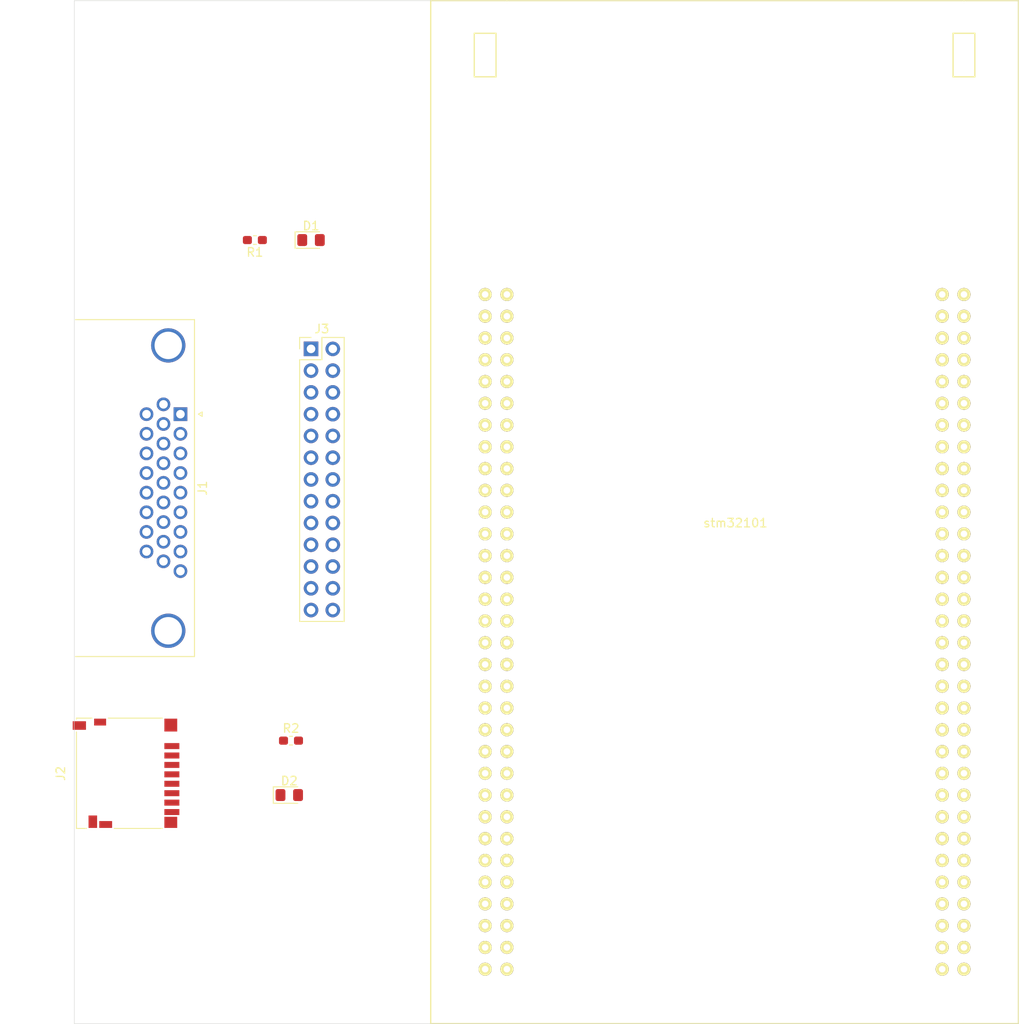
<source format=kicad_pcb>
(kicad_pcb (version 20171130) (host pcbnew 5.1.5+dfsg1-2build2)

  (general
    (thickness 1.6)
    (drawings 4)
    (tracks 0)
    (zones 0)
    (modules 8)
    (nets 155)
  )

  (page A4)
  (layers
    (0 F.Cu signal)
    (1 In1.Cu signal)
    (2 In2.Cu signal)
    (31 B.Cu signal)
    (32 B.Adhes user)
    (33 F.Adhes user)
    (34 B.Paste user)
    (35 F.Paste user)
    (36 B.SilkS user)
    (37 F.SilkS user)
    (38 B.Mask user)
    (39 F.Mask user)
    (40 Dwgs.User user)
    (41 Cmts.User user)
    (42 Eco1.User user)
    (43 Eco2.User user)
    (44 Edge.Cuts user)
    (45 Margin user)
    (46 B.CrtYd user)
    (47 F.CrtYd user)
    (48 B.Fab user)
    (49 F.Fab user)
  )

  (setup
    (last_trace_width 0.25)
    (trace_clearance 0.2)
    (zone_clearance 0.508)
    (zone_45_only no)
    (trace_min 0.2)
    (via_size 0.8)
    (via_drill 0.4)
    (via_min_size 0.4)
    (via_min_drill 0.3)
    (uvia_size 0.3)
    (uvia_drill 0.1)
    (uvias_allowed no)
    (uvia_min_size 0.2)
    (uvia_min_drill 0.1)
    (edge_width 0.05)
    (segment_width 0.2)
    (pcb_text_width 0.3)
    (pcb_text_size 1.5 1.5)
    (mod_edge_width 0.12)
    (mod_text_size 1 1)
    (mod_text_width 0.15)
    (pad_size 1.524 1.524)
    (pad_drill 0.762)
    (pad_to_mask_clearance 0.05)
    (aux_axis_origin 0 0)
    (visible_elements 7FFFEFFF)
    (pcbplotparams
      (layerselection 0x010fc_ffffffff)
      (usegerberextensions false)
      (usegerberattributes true)
      (usegerberadvancedattributes true)
      (creategerberjobfile true)
      (excludeedgelayer true)
      (linewidth 0.100000)
      (plotframeref false)
      (viasonmask false)
      (mode 1)
      (useauxorigin false)
      (hpglpennumber 1)
      (hpglpenspeed 20)
      (hpglpendiameter 15.000000)
      (psnegative false)
      (psa4output false)
      (plotreference true)
      (plotvalue true)
      (plotinvisibletext false)
      (padsonsilk false)
      (subtractmaskfromsilk false)
      (outputformat 1)
      (mirror false)
      (drillshape 1)
      (scaleselection 1)
      (outputdirectory ""))
  )

  (net 0 "")
  (net 1 GND)
  (net 2 /I2C1_SDA)
  (net 3 /I2C1_SCL)
  (net 4 "Net-(J1-Pad8)")
  (net 5 "Net-(J1-Pad7)")
  (net 6 "Net-(J2-Pad11)")
  (net 7 "Net-(D1-Pad1)")
  (net 8 "Net-(D2-Pad1)")
  (net 9 /SD_DET)
  (net 10 "Net-(J3-Pad10)")
  (net 11 "Net-(J3-Pad8)")
  (net 12 "Net-(J3-Pad6)")
  (net 13 "Net-(J3-Pad5)")
  (net 14 "Net-(J3-Pad4)")
  (net 15 "Net-(J3-Pad3)")
  (net 16 "Net-(J3-Pad2)")
  (net 17 "Net-(J3-Pad1)")
  (net 18 /I2C2_SCL)
  (net 19 /I2C2_SDA)
  (net 20 /PA7)
  (net 21 /PA4)
  (net 22 /PA5)
  (net 23 /PA2)
  (net 24 /PA3)
  (net 25 /PE2)
  (net 26 /PE6)
  (net 27 /PB4)
  (net 28 /PE5)
  (net 29 /SD_DETA)
  (net 30 /SD_CMD)
  (net 31 /SD_CLK)
  (net 32 /PC10)
  (net 33 /PC11)
  (net 34 /PC8)
  (net 35 /PC9)
  (net 36 /PA9)
  (net 37 /PA10)
  (net 38 /PC12)
  (net 39 /PD2)
  (net 40 /PE4)
  (net 41 VCC)
  (net 42 /CAN1_RX)
  (net 43 /CAN1_TX)
  (net 44 "Net-(J1-Pad26)")
  (net 45 "Net-(J1-Pad25)")
  (net 46 "Net-(J1-Pad17)")
  (net 47 "Net-(J1-Pad16)")
  (net 48 "Net-(stm32101-Pad128)")
  (net 49 "Net-(stm32101-Pad66)")
  (net 50 "Net-(J3-Pad26)")
  (net 51 "Net-(J3-Pad24)")
  (net 52 "Net-(J3-Pad22)")
  (net 53 "Net-(J3-Pad20)")
  (net 54 "Net-(J3-Pad18)")
  (net 55 "Net-(J3-Pad16)")
  (net 56 "Net-(J3-Pad14)")
  (net 57 "Net-(J3-Pad12)")
  (net 58 "Net-(stm32101-Pad126)")
  (net 59 "Net-(stm32101-Pad125)")
  (net 60 "Net-(stm32101-Pad124)")
  (net 61 "Net-(stm32101-Pad123)")
  (net 62 "Net-(stm32101-Pad122)")
  (net 63 "Net-(stm32101-Pad121)")
  (net 64 "Net-(stm32101-Pad120)")
  (net 65 "Net-(stm32101-Pad119)")
  (net 66 "Net-(stm32101-Pad118)")
  (net 67 "Net-(stm32101-Pad117)")
  (net 68 "Net-(stm32101-Pad116)")
  (net 69 "Net-(stm32101-Pad115)")
  (net 70 "Net-(stm32101-Pad114)")
  (net 71 "Net-(stm32101-Pad113)")
  (net 72 "Net-(stm32101-Pad110)")
  (net 73 "Net-(stm32101-Pad109)")
  (net 74 "Net-(stm32101-Pad108)")
  (net 75 "Net-(stm32101-Pad107)")
  (net 76 "Net-(stm32101-Pad106)")
  (net 77 "Net-(stm32101-Pad105)")
  (net 78 "Net-(stm32101-Pad104)")
  (net 79 "Net-(stm32101-Pad103)")
  (net 80 "Net-(stm32101-Pad102)")
  (net 81 "Net-(stm32101-Pad101)")
  (net 82 "Net-(stm32101-Pad100)")
  (net 83 "Net-(stm32101-Pad99)")
  (net 84 "Net-(stm32101-Pad98)")
  (net 85 "Net-(stm32101-Pad97)")
  (net 86 "Net-(stm32101-Pad96)")
  (net 87 "Net-(stm32101-Pad95)")
  (net 88 "Net-(stm32101-Pad94)")
  (net 89 "Net-(stm32101-Pad92)")
  (net 90 "Net-(stm32101-Pad91)")
  (net 91 "Net-(stm32101-Pad90)")
  (net 92 "Net-(stm32101-Pad89)")
  (net 93 "Net-(stm32101-Pad88)")
  (net 94 "Net-(stm32101-Pad82)")
  (net 95 "Net-(stm32101-Pad81)")
  (net 96 "Net-(stm32101-Pad80)")
  (net 97 "Net-(stm32101-Pad79)")
  (net 98 "Net-(stm32101-Pad78)")
  (net 99 "Net-(stm32101-Pad77)")
  (net 100 "Net-(stm32101-Pad76)")
  (net 101 "Net-(stm32101-Pad75)")
  (net 102 "Net-(stm32101-Pad74)")
  (net 103 "Net-(stm32101-Pad73)")
  (net 104 "Net-(stm32101-Pad72)")
  (net 105 "Net-(stm32101-Pad71)")
  (net 106 "Net-(stm32101-Pad70)")
  (net 107 "Net-(stm32101-Pad69)")
  (net 108 "Net-(stm32101-Pad68)")
  (net 109 "Net-(stm32101-Pad67)")
  (net 110 "Net-(stm32101-Pad64)")
  (net 111 "Net-(stm32101-Pad62)")
  (net 112 "Net-(stm32101-Pad61)")
  (net 113 "Net-(stm32101-Pad60)")
  (net 114 "Net-(stm32101-Pad59)")
  (net 115 "Net-(stm32101-Pad58)")
  (net 116 "Net-(stm32101-Pad57)")
  (net 117 "Net-(stm32101-Pad56)")
  (net 118 "Net-(stm32101-Pad53)")
  (net 119 "Net-(stm32101-Pad48)")
  (net 120 "Net-(stm32101-Pad47)")
  (net 121 "Net-(stm32101-Pad46)")
  (net 122 "Net-(stm32101-Pad42)")
  (net 123 "Net-(stm32101-Pad41)")
  (net 124 "Net-(stm32101-Pad39)")
  (net 125 "Net-(stm32101-Pad38)")
  (net 126 "Net-(stm32101-Pad37)")
  (net 127 "Net-(stm32101-Pad36)")
  (net 128 "Net-(stm32101-Pad35)")
  (net 129 "Net-(stm32101-Pad34)")
  (net 130 "Net-(stm32101-Pad33)")
  (net 131 "Net-(stm32101-Pad32)")
  (net 132 "Net-(stm32101-Pad31)")
  (net 133 "Net-(stm32101-Pad30)")
  (net 134 "Net-(stm32101-Pad29)")
  (net 135 "Net-(stm32101-Pad28)")
  (net 136 "Net-(stm32101-Pad27)")
  (net 137 "Net-(stm32101-Pad26)")
  (net 138 "Net-(stm32101-Pad23)")
  (net 139 "Net-(stm32101-Pad22)")
  (net 140 "Net-(stm32101-Pad21)")
  (net 141 "Net-(stm32101-Pad20)")
  (net 142 "Net-(stm32101-Pad18)")
  (net 143 "Net-(stm32101-Pad17)")
  (net 144 "Net-(stm32101-Pad16)")
  (net 145 "Net-(stm32101-Pad12)")
  (net 146 "Net-(stm32101-Pad10)")
  (net 147 "Net-(stm32101-Pad9)")
  (net 148 "Net-(stm32101-Pad8)")
  (net 149 "Net-(stm32101-Pad7)")
  (net 150 "Net-(stm32101-Pad6)")
  (net 151 "Net-(stm32101-Pad5)")
  (net 152 "Net-(stm32101-Pad4)")
  (net 153 "Net-(stm32101-Pad3)")
  (net 154 "Net-(stm32101-Pad2)")

  (net_class Default "This is the default net class."
    (clearance 0.2)
    (trace_width 0.25)
    (via_dia 0.8)
    (via_drill 0.4)
    (uvia_dia 0.3)
    (uvia_drill 0.1)
    (add_net /CAN1_RX)
    (add_net /CAN1_TX)
    (add_net /I2C1_SCL)
    (add_net /I2C1_SDA)
    (add_net /I2C2_SCL)
    (add_net /I2C2_SDA)
    (add_net /PA10)
    (add_net /PA2)
    (add_net /PA3)
    (add_net /PA4)
    (add_net /PA5)
    (add_net /PA7)
    (add_net /PA9)
    (add_net /PB4)
    (add_net /PC10)
    (add_net /PC11)
    (add_net /PC12)
    (add_net /PC8)
    (add_net /PC9)
    (add_net /PD2)
    (add_net /PE2)
    (add_net /PE4)
    (add_net /PE5)
    (add_net /PE6)
    (add_net /SD_CLK)
    (add_net /SD_CMD)
    (add_net /SD_DET)
    (add_net /SD_DETA)
    (add_net GND)
    (add_net "Net-(D1-Pad1)")
    (add_net "Net-(D2-Pad1)")
    (add_net "Net-(J1-Pad16)")
    (add_net "Net-(J1-Pad17)")
    (add_net "Net-(J1-Pad25)")
    (add_net "Net-(J1-Pad26)")
    (add_net "Net-(J1-Pad7)")
    (add_net "Net-(J1-Pad8)")
    (add_net "Net-(J2-Pad11)")
    (add_net "Net-(J3-Pad1)")
    (add_net "Net-(J3-Pad10)")
    (add_net "Net-(J3-Pad12)")
    (add_net "Net-(J3-Pad14)")
    (add_net "Net-(J3-Pad16)")
    (add_net "Net-(J3-Pad18)")
    (add_net "Net-(J3-Pad2)")
    (add_net "Net-(J3-Pad20)")
    (add_net "Net-(J3-Pad22)")
    (add_net "Net-(J3-Pad24)")
    (add_net "Net-(J3-Pad26)")
    (add_net "Net-(J3-Pad3)")
    (add_net "Net-(J3-Pad4)")
    (add_net "Net-(J3-Pad5)")
    (add_net "Net-(J3-Pad6)")
    (add_net "Net-(J3-Pad8)")
    (add_net "Net-(stm32101-Pad10)")
    (add_net "Net-(stm32101-Pad100)")
    (add_net "Net-(stm32101-Pad101)")
    (add_net "Net-(stm32101-Pad102)")
    (add_net "Net-(stm32101-Pad103)")
    (add_net "Net-(stm32101-Pad104)")
    (add_net "Net-(stm32101-Pad105)")
    (add_net "Net-(stm32101-Pad106)")
    (add_net "Net-(stm32101-Pad107)")
    (add_net "Net-(stm32101-Pad108)")
    (add_net "Net-(stm32101-Pad109)")
    (add_net "Net-(stm32101-Pad110)")
    (add_net "Net-(stm32101-Pad113)")
    (add_net "Net-(stm32101-Pad114)")
    (add_net "Net-(stm32101-Pad115)")
    (add_net "Net-(stm32101-Pad116)")
    (add_net "Net-(stm32101-Pad117)")
    (add_net "Net-(stm32101-Pad118)")
    (add_net "Net-(stm32101-Pad119)")
    (add_net "Net-(stm32101-Pad12)")
    (add_net "Net-(stm32101-Pad120)")
    (add_net "Net-(stm32101-Pad121)")
    (add_net "Net-(stm32101-Pad122)")
    (add_net "Net-(stm32101-Pad123)")
    (add_net "Net-(stm32101-Pad124)")
    (add_net "Net-(stm32101-Pad125)")
    (add_net "Net-(stm32101-Pad126)")
    (add_net "Net-(stm32101-Pad128)")
    (add_net "Net-(stm32101-Pad16)")
    (add_net "Net-(stm32101-Pad17)")
    (add_net "Net-(stm32101-Pad18)")
    (add_net "Net-(stm32101-Pad2)")
    (add_net "Net-(stm32101-Pad20)")
    (add_net "Net-(stm32101-Pad21)")
    (add_net "Net-(stm32101-Pad22)")
    (add_net "Net-(stm32101-Pad23)")
    (add_net "Net-(stm32101-Pad26)")
    (add_net "Net-(stm32101-Pad27)")
    (add_net "Net-(stm32101-Pad28)")
    (add_net "Net-(stm32101-Pad29)")
    (add_net "Net-(stm32101-Pad3)")
    (add_net "Net-(stm32101-Pad30)")
    (add_net "Net-(stm32101-Pad31)")
    (add_net "Net-(stm32101-Pad32)")
    (add_net "Net-(stm32101-Pad33)")
    (add_net "Net-(stm32101-Pad34)")
    (add_net "Net-(stm32101-Pad35)")
    (add_net "Net-(stm32101-Pad36)")
    (add_net "Net-(stm32101-Pad37)")
    (add_net "Net-(stm32101-Pad38)")
    (add_net "Net-(stm32101-Pad39)")
    (add_net "Net-(stm32101-Pad4)")
    (add_net "Net-(stm32101-Pad41)")
    (add_net "Net-(stm32101-Pad42)")
    (add_net "Net-(stm32101-Pad46)")
    (add_net "Net-(stm32101-Pad47)")
    (add_net "Net-(stm32101-Pad48)")
    (add_net "Net-(stm32101-Pad5)")
    (add_net "Net-(stm32101-Pad53)")
    (add_net "Net-(stm32101-Pad56)")
    (add_net "Net-(stm32101-Pad57)")
    (add_net "Net-(stm32101-Pad58)")
    (add_net "Net-(stm32101-Pad59)")
    (add_net "Net-(stm32101-Pad6)")
    (add_net "Net-(stm32101-Pad60)")
    (add_net "Net-(stm32101-Pad61)")
    (add_net "Net-(stm32101-Pad62)")
    (add_net "Net-(stm32101-Pad64)")
    (add_net "Net-(stm32101-Pad66)")
    (add_net "Net-(stm32101-Pad67)")
    (add_net "Net-(stm32101-Pad68)")
    (add_net "Net-(stm32101-Pad69)")
    (add_net "Net-(stm32101-Pad7)")
    (add_net "Net-(stm32101-Pad70)")
    (add_net "Net-(stm32101-Pad71)")
    (add_net "Net-(stm32101-Pad72)")
    (add_net "Net-(stm32101-Pad73)")
    (add_net "Net-(stm32101-Pad74)")
    (add_net "Net-(stm32101-Pad75)")
    (add_net "Net-(stm32101-Pad76)")
    (add_net "Net-(stm32101-Pad77)")
    (add_net "Net-(stm32101-Pad78)")
    (add_net "Net-(stm32101-Pad79)")
    (add_net "Net-(stm32101-Pad8)")
    (add_net "Net-(stm32101-Pad80)")
    (add_net "Net-(stm32101-Pad81)")
    (add_net "Net-(stm32101-Pad82)")
    (add_net "Net-(stm32101-Pad88)")
    (add_net "Net-(stm32101-Pad89)")
    (add_net "Net-(stm32101-Pad9)")
    (add_net "Net-(stm32101-Pad90)")
    (add_net "Net-(stm32101-Pad91)")
    (add_net "Net-(stm32101-Pad92)")
    (add_net "Net-(stm32101-Pad94)")
    (add_net "Net-(stm32101-Pad95)")
    (add_net "Net-(stm32101-Pad96)")
    (add_net "Net-(stm32101-Pad97)")
    (add_net "Net-(stm32101-Pad98)")
    (add_net "Net-(stm32101-Pad99)")
    (add_net VCC)
  )

  (module stm32:stm32f429i-disco (layer F.Cu) (tedit 57224495) (tstamp 5F04AF22)
    (at 137.16 87.63)
    (path /5EF39132)
    (fp_text reference stm32101 (at 0 1.27) (layer F.SilkS)
      (effects (font (size 1 1) (thickness 0.15)))
    )
    (fp_text value STM32F429i-Discovery (at 0 -1.27) (layer F.Fab)
      (effects (font (size 1 1) (thickness 0.15)))
    )
    (fp_line (start -26.67 -59.69) (end 26.67 -59.69) (layer F.SilkS) (width 0.15))
    (fp_line (start 26.67 59.69) (end -26.67 59.69) (layer F.SilkS) (width 0.15))
    (fp_line (start -30.48 -55.88) (end -27.94 -55.88) (layer F.SilkS) (width 0.15))
    (fp_line (start -27.94 -55.88) (end -27.94 -50.8) (layer F.SilkS) (width 0.15))
    (fp_line (start -27.94 -50.8) (end -30.48 -50.8) (layer F.SilkS) (width 0.15))
    (fp_line (start -30.48 -50.8) (end -30.48 -55.88) (layer F.SilkS) (width 0.15))
    (fp_line (start 27.94 -55.88) (end 27.94 -50.8) (layer F.SilkS) (width 0.15))
    (fp_line (start 27.94 -50.8) (end 25.4 -50.8) (layer F.SilkS) (width 0.15))
    (fp_line (start 25.4 -50.8) (end 25.4 -55.88) (layer F.SilkS) (width 0.15))
    (fp_line (start 25.4 -55.88) (end 27.94 -55.88) (layer F.SilkS) (width 0.15))
    (fp_line (start 33.02 -59.69) (end 26.67 -59.69) (layer F.SilkS) (width 0.15))
    (fp_line (start 33.02 59.69) (end 33.02 -59.69) (layer F.SilkS) (width 0.15))
    (fp_line (start 26.67 59.69) (end 33.02 59.69) (layer F.SilkS) (width 0.15))
    (fp_line (start -35.56 -59.69) (end -26.67 -59.69) (layer F.SilkS) (width 0.15))
    (fp_line (start -35.56 59.69) (end -35.56 -59.69) (layer F.SilkS) (width 0.15))
    (fp_line (start -26.67 59.69) (end -35.56 59.69) (layer F.SilkS) (width 0.15))
    (pad 128 thru_hole circle (at 26.67 53.34) (size 1.524 1.524) (drill 0.762) (layers *.Cu *.Mask F.SilkS)
      (net 48 "Net-(stm32101-Pad128)"))
    (pad 127 thru_hole circle (at 24.13 53.34) (size 1.524 1.524) (drill 0.762) (layers *.Cu *.Mask F.SilkS)
      (net 1 GND))
    (pad 126 thru_hole circle (at 26.67 50.8) (size 1.524 1.524) (drill 0.762) (layers *.Cu *.Mask F.SilkS)
      (net 58 "Net-(stm32101-Pad126)"))
    (pad 125 thru_hole circle (at 24.13 50.8) (size 1.524 1.524) (drill 0.762) (layers *.Cu *.Mask F.SilkS)
      (net 59 "Net-(stm32101-Pad125)"))
    (pad 124 thru_hole circle (at 26.67 48.26) (size 1.524 1.524) (drill 0.762) (layers *.Cu *.Mask F.SilkS)
      (net 60 "Net-(stm32101-Pad124)"))
    (pad 123 thru_hole circle (at 24.13 48.26) (size 1.524 1.524) (drill 0.762) (layers *.Cu *.Mask F.SilkS)
      (net 61 "Net-(stm32101-Pad123)"))
    (pad 122 thru_hole circle (at 26.67 45.72) (size 1.524 1.524) (drill 0.762) (layers *.Cu *.Mask F.SilkS)
      (net 62 "Net-(stm32101-Pad122)"))
    (pad 121 thru_hole circle (at 24.13 45.72) (size 1.524 1.524) (drill 0.762) (layers *.Cu *.Mask F.SilkS)
      (net 63 "Net-(stm32101-Pad121)"))
    (pad 120 thru_hole circle (at 26.67 43.18) (size 1.524 1.524) (drill 0.762) (layers *.Cu *.Mask F.SilkS)
      (net 64 "Net-(stm32101-Pad120)"))
    (pad 119 thru_hole circle (at 24.13 43.18) (size 1.524 1.524) (drill 0.762) (layers *.Cu *.Mask F.SilkS)
      (net 65 "Net-(stm32101-Pad119)"))
    (pad 118 thru_hole circle (at 26.67 40.64) (size 1.524 1.524) (drill 0.762) (layers *.Cu *.Mask F.SilkS)
      (net 66 "Net-(stm32101-Pad118)"))
    (pad 117 thru_hole circle (at 24.13 40.64) (size 1.524 1.524) (drill 0.762) (layers *.Cu *.Mask F.SilkS)
      (net 67 "Net-(stm32101-Pad117)"))
    (pad 116 thru_hole circle (at 26.67 38.1) (size 1.524 1.524) (drill 0.762) (layers *.Cu *.Mask F.SilkS)
      (net 68 "Net-(stm32101-Pad116)"))
    (pad 115 thru_hole circle (at 24.13 38.1) (size 1.524 1.524) (drill 0.762) (layers *.Cu *.Mask F.SilkS)
      (net 69 "Net-(stm32101-Pad115)"))
    (pad 114 thru_hole circle (at 26.67 35.56) (size 1.524 1.524) (drill 0.762) (layers *.Cu *.Mask F.SilkS)
      (net 70 "Net-(stm32101-Pad114)"))
    (pad 113 thru_hole circle (at 24.13 35.56) (size 1.524 1.524) (drill 0.762) (layers *.Cu *.Mask F.SilkS)
      (net 71 "Net-(stm32101-Pad113)"))
    (pad 112 thru_hole circle (at 26.67 33.02) (size 1.524 1.524) (drill 0.762) (layers *.Cu *.Mask F.SilkS)
      (net 18 /I2C2_SCL))
    (pad 111 thru_hole circle (at 24.13 33.02) (size 1.524 1.524) (drill 0.762) (layers *.Cu *.Mask F.SilkS)
      (net 19 /I2C2_SDA))
    (pad 110 thru_hole circle (at 26.67 30.48) (size 1.524 1.524) (drill 0.762) (layers *.Cu *.Mask F.SilkS)
      (net 72 "Net-(stm32101-Pad110)"))
    (pad 109 thru_hole circle (at 24.13 30.48) (size 1.524 1.524) (drill 0.762) (layers *.Cu *.Mask F.SilkS)
      (net 73 "Net-(stm32101-Pad109)"))
    (pad 108 thru_hole circle (at 26.67 27.94) (size 1.524 1.524) (drill 0.762) (layers *.Cu *.Mask F.SilkS)
      (net 74 "Net-(stm32101-Pad108)"))
    (pad 107 thru_hole circle (at 24.13 27.94) (size 1.524 1.524) (drill 0.762) (layers *.Cu *.Mask F.SilkS)
      (net 75 "Net-(stm32101-Pad107)"))
    (pad 106 thru_hole circle (at 26.67 25.4) (size 1.524 1.524) (drill 0.762) (layers *.Cu *.Mask F.SilkS)
      (net 76 "Net-(stm32101-Pad106)"))
    (pad 105 thru_hole circle (at 24.13 25.4) (size 1.524 1.524) (drill 0.762) (layers *.Cu *.Mask F.SilkS)
      (net 77 "Net-(stm32101-Pad105)"))
    (pad 104 thru_hole circle (at 26.67 22.86) (size 1.524 1.524) (drill 0.762) (layers *.Cu *.Mask F.SilkS)
      (net 78 "Net-(stm32101-Pad104)"))
    (pad 103 thru_hole circle (at 24.13 22.86) (size 1.524 1.524) (drill 0.762) (layers *.Cu *.Mask F.SilkS)
      (net 79 "Net-(stm32101-Pad103)"))
    (pad 102 thru_hole circle (at 26.67 20.32) (size 1.524 1.524) (drill 0.762) (layers *.Cu *.Mask F.SilkS)
      (net 80 "Net-(stm32101-Pad102)"))
    (pad 101 thru_hole circle (at 24.13 20.32) (size 1.524 1.524) (drill 0.762) (layers *.Cu *.Mask F.SilkS)
      (net 81 "Net-(stm32101-Pad101)"))
    (pad 100 thru_hole circle (at 26.67 17.78) (size 1.524 1.524) (drill 0.762) (layers *.Cu *.Mask F.SilkS)
      (net 82 "Net-(stm32101-Pad100)"))
    (pad 99 thru_hole circle (at 24.13 17.78) (size 1.524 1.524) (drill 0.762) (layers *.Cu *.Mask F.SilkS)
      (net 83 "Net-(stm32101-Pad99)"))
    (pad 98 thru_hole circle (at 26.67 15.24) (size 1.524 1.524) (drill 0.762) (layers *.Cu *.Mask F.SilkS)
      (net 84 "Net-(stm32101-Pad98)"))
    (pad 97 thru_hole circle (at 24.13 15.24) (size 1.524 1.524) (drill 0.762) (layers *.Cu *.Mask F.SilkS)
      (net 85 "Net-(stm32101-Pad97)"))
    (pad 96 thru_hole circle (at 26.67 12.7) (size 1.524 1.524) (drill 0.762) (layers *.Cu *.Mask F.SilkS)
      (net 86 "Net-(stm32101-Pad96)"))
    (pad 95 thru_hole circle (at 24.13 12.7) (size 1.524 1.524) (drill 0.762) (layers *.Cu *.Mask F.SilkS)
      (net 87 "Net-(stm32101-Pad95)"))
    (pad 94 thru_hole circle (at 26.67 10.16) (size 1.524 1.524) (drill 0.762) (layers *.Cu *.Mask F.SilkS)
      (net 88 "Net-(stm32101-Pad94)"))
    (pad 93 thru_hole circle (at 24.13 10.16) (size 1.524 1.524) (drill 0.762) (layers *.Cu *.Mask F.SilkS)
      (net 1 GND))
    (pad 92 thru_hole circle (at 26.67 7.62) (size 1.524 1.524) (drill 0.762) (layers *.Cu *.Mask F.SilkS)
      (net 89 "Net-(stm32101-Pad92)"))
    (pad 91 thru_hole circle (at 24.13 7.62) (size 1.524 1.524) (drill 0.762) (layers *.Cu *.Mask F.SilkS)
      (net 90 "Net-(stm32101-Pad91)"))
    (pad 90 thru_hole circle (at 26.67 5.08) (size 1.524 1.524) (drill 0.762) (layers *.Cu *.Mask F.SilkS)
      (net 91 "Net-(stm32101-Pad90)"))
    (pad 89 thru_hole circle (at 24.13 5.08) (size 1.524 1.524) (drill 0.762) (layers *.Cu *.Mask F.SilkS)
      (net 92 "Net-(stm32101-Pad89)"))
    (pad 88 thru_hole circle (at 26.67 2.54) (size 1.524 1.524) (drill 0.762) (layers *.Cu *.Mask F.SilkS)
      (net 93 "Net-(stm32101-Pad88)"))
    (pad 87 thru_hole circle (at 24.13 2.54) (size 1.524 1.524) (drill 0.762) (layers *.Cu *.Mask F.SilkS)
      (net 20 /PA7))
    (pad 86 thru_hole circle (at 26.67 0) (size 1.524 1.524) (drill 0.762) (layers *.Cu *.Mask F.SilkS)
      (net 21 /PA4))
    (pad 85 thru_hole circle (at 24.13 0) (size 1.524 1.524) (drill 0.762) (layers *.Cu *.Mask F.SilkS)
      (net 22 /PA5))
    (pad 84 thru_hole circle (at 26.67 -2.54) (size 1.524 1.524) (drill 0.762) (layers *.Cu *.Mask F.SilkS)
      (net 23 /PA2))
    (pad 83 thru_hole circle (at 24.13 -2.54) (size 1.524 1.524) (drill 0.762) (layers *.Cu *.Mask F.SilkS)
      (net 24 /PA3))
    (pad 82 thru_hole circle (at 26.67 -5.08) (size 1.524 1.524) (drill 0.762) (layers *.Cu *.Mask F.SilkS)
      (net 94 "Net-(stm32101-Pad82)"))
    (pad 81 thru_hole circle (at 24.13 -5.08) (size 1.524 1.524) (drill 0.762) (layers *.Cu *.Mask F.SilkS)
      (net 95 "Net-(stm32101-Pad81)"))
    (pad 80 thru_hole circle (at 26.67 -7.62) (size 1.524 1.524) (drill 0.762) (layers *.Cu *.Mask F.SilkS)
      (net 96 "Net-(stm32101-Pad80)"))
    (pad 79 thru_hole circle (at 24.13 -7.62) (size 1.524 1.524) (drill 0.762) (layers *.Cu *.Mask F.SilkS)
      (net 97 "Net-(stm32101-Pad79)"))
    (pad 78 thru_hole circle (at 26.67 -10.16) (size 1.524 1.524) (drill 0.762) (layers *.Cu *.Mask F.SilkS)
      (net 98 "Net-(stm32101-Pad78)"))
    (pad 77 thru_hole circle (at 24.13 -10.16) (size 1.524 1.524) (drill 0.762) (layers *.Cu *.Mask F.SilkS)
      (net 99 "Net-(stm32101-Pad77)"))
    (pad 76 thru_hole circle (at 26.67 -12.7) (size 1.524 1.524) (drill 0.762) (layers *.Cu *.Mask F.SilkS)
      (net 100 "Net-(stm32101-Pad76)"))
    (pad 75 thru_hole circle (at 24.13 -12.7) (size 1.524 1.524) (drill 0.762) (layers *.Cu *.Mask F.SilkS)
      (net 101 "Net-(stm32101-Pad75)"))
    (pad 74 thru_hole circle (at 26.67 -15.24) (size 1.524 1.524) (drill 0.762) (layers *.Cu *.Mask F.SilkS)
      (net 102 "Net-(stm32101-Pad74)"))
    (pad 73 thru_hole circle (at 24.13 -15.24) (size 1.524 1.524) (drill 0.762) (layers *.Cu *.Mask F.SilkS)
      (net 103 "Net-(stm32101-Pad73)"))
    (pad 72 thru_hole circle (at 26.67 -17.78) (size 1.524 1.524) (drill 0.762) (layers *.Cu *.Mask F.SilkS)
      (net 104 "Net-(stm32101-Pad72)"))
    (pad 71 thru_hole circle (at 24.13 -17.78) (size 1.524 1.524) (drill 0.762) (layers *.Cu *.Mask F.SilkS)
      (net 105 "Net-(stm32101-Pad71)"))
    (pad 70 thru_hole circle (at 26.67 -20.32) (size 1.524 1.524) (drill 0.762) (layers *.Cu *.Mask F.SilkS)
      (net 106 "Net-(stm32101-Pad70)"))
    (pad 69 thru_hole circle (at 24.13 -20.32) (size 1.524 1.524) (drill 0.762) (layers *.Cu *.Mask F.SilkS)
      (net 107 "Net-(stm32101-Pad69)"))
    (pad 68 thru_hole circle (at 26.67 -22.86) (size 1.524 1.524) (drill 0.762) (layers *.Cu *.Mask F.SilkS)
      (net 108 "Net-(stm32101-Pad68)"))
    (pad 67 thru_hole circle (at 24.13 -22.86) (size 1.524 1.524) (drill 0.762) (layers *.Cu *.Mask F.SilkS)
      (net 109 "Net-(stm32101-Pad67)"))
    (pad 66 thru_hole circle (at 26.67 -25.4) (size 1.524 1.524) (drill 0.762) (layers *.Cu *.Mask F.SilkS)
      (net 49 "Net-(stm32101-Pad66)"))
    (pad 65 thru_hole circle (at 24.13 -25.4) (size 1.524 1.524) (drill 0.762) (layers *.Cu *.Mask F.SilkS)
      (net 29 /SD_DETA))
    (pad 64 thru_hole circle (at -26.67 53.34) (size 1.524 1.524) (drill 0.762) (layers *.Cu *.Mask F.SilkS)
      (net 110 "Net-(stm32101-Pad64)"))
    (pad 63 thru_hole circle (at -29.21 53.34) (size 1.524 1.524) (drill 0.762) (layers *.Cu *.Mask F.SilkS)
      (net 1 GND))
    (pad 62 thru_hole circle (at -26.67 50.8) (size 1.524 1.524) (drill 0.762) (layers *.Cu *.Mask F.SilkS)
      (net 111 "Net-(stm32101-Pad62)"))
    (pad 61 thru_hole circle (at -29.21 50.8) (size 1.524 1.524) (drill 0.762) (layers *.Cu *.Mask F.SilkS)
      (net 112 "Net-(stm32101-Pad61)"))
    (pad 60 thru_hole circle (at -26.67 48.26) (size 1.524 1.524) (drill 0.762) (layers *.Cu *.Mask F.SilkS)
      (net 113 "Net-(stm32101-Pad60)"))
    (pad 59 thru_hole circle (at -29.21 48.26) (size 1.524 1.524) (drill 0.762) (layers *.Cu *.Mask F.SilkS)
      (net 114 "Net-(stm32101-Pad59)"))
    (pad 58 thru_hole circle (at -26.67 45.72) (size 1.524 1.524) (drill 0.762) (layers *.Cu *.Mask F.SilkS)
      (net 115 "Net-(stm32101-Pad58)"))
    (pad 57 thru_hole circle (at -29.21 45.72) (size 1.524 1.524) (drill 0.762) (layers *.Cu *.Mask F.SilkS)
      (net 116 "Net-(stm32101-Pad57)"))
    (pad 56 thru_hole circle (at -26.67 43.18) (size 1.524 1.524) (drill 0.762) (layers *.Cu *.Mask F.SilkS)
      (net 117 "Net-(stm32101-Pad56)"))
    (pad 55 thru_hole circle (at -29.21 43.18) (size 1.524 1.524) (drill 0.762) (layers *.Cu *.Mask F.SilkS)
      (net 34 /PC8))
    (pad 54 thru_hole circle (at -26.67 40.64) (size 1.524 1.524) (drill 0.762) (layers *.Cu *.Mask F.SilkS)
      (net 35 /PC9))
    (pad 53 thru_hole circle (at -29.21 40.64) (size 1.524 1.524) (drill 0.762) (layers *.Cu *.Mask F.SilkS)
      (net 118 "Net-(stm32101-Pad53)"))
    (pad 52 thru_hole circle (at -26.67 38.1) (size 1.524 1.524) (drill 0.762) (layers *.Cu *.Mask F.SilkS)
      (net 36 /PA9))
    (pad 51 thru_hole circle (at -29.21 38.1) (size 1.524 1.524) (drill 0.762) (layers *.Cu *.Mask F.SilkS)
      (net 37 /PA10))
    (pad 50 thru_hole circle (at -26.67 35.56) (size 1.524 1.524) (drill 0.762) (layers *.Cu *.Mask F.SilkS)
      (net 42 /CAN1_RX))
    (pad 49 thru_hole circle (at -29.21 35.56) (size 1.524 1.524) (drill 0.762) (layers *.Cu *.Mask F.SilkS)
      (net 43 /CAN1_TX))
    (pad 48 thru_hole circle (at -26.67 33.02) (size 1.524 1.524) (drill 0.762) (layers *.Cu *.Mask F.SilkS)
      (net 119 "Net-(stm32101-Pad48)"))
    (pad 47 thru_hole circle (at -29.21 33.02) (size 1.524 1.524) (drill 0.762) (layers *.Cu *.Mask F.SilkS)
      (net 120 "Net-(stm32101-Pad47)"))
    (pad 46 thru_hole circle (at -26.67 30.48) (size 1.524 1.524) (drill 0.762) (layers *.Cu *.Mask F.SilkS)
      (net 121 "Net-(stm32101-Pad46)"))
    (pad 45 thru_hole circle (at -29.21 30.48) (size 1.524 1.524) (drill 0.762) (layers *.Cu *.Mask F.SilkS)
      (net 32 /PC10))
    (pad 44 thru_hole circle (at -26.67 27.94) (size 1.524 1.524) (drill 0.762) (layers *.Cu *.Mask F.SilkS)
      (net 33 /PC11))
    (pad 43 thru_hole circle (at -29.21 27.94) (size 1.524 1.524) (drill 0.762) (layers *.Cu *.Mask F.SilkS)
      (net 38 /PC12))
    (pad 42 thru_hole circle (at -26.67 25.4) (size 1.524 1.524) (drill 0.762) (layers *.Cu *.Mask F.SilkS)
      (net 122 "Net-(stm32101-Pad42)"))
    (pad 41 thru_hole circle (at -29.21 25.4) (size 1.524 1.524) (drill 0.762) (layers *.Cu *.Mask F.SilkS)
      (net 123 "Net-(stm32101-Pad41)"))
    (pad 40 thru_hole circle (at -26.67 22.86) (size 1.524 1.524) (drill 0.762) (layers *.Cu *.Mask F.SilkS)
      (net 39 /PD2))
    (pad 39 thru_hole circle (at -29.21 22.86) (size 1.524 1.524) (drill 0.762) (layers *.Cu *.Mask F.SilkS)
      (net 124 "Net-(stm32101-Pad39)"))
    (pad 38 thru_hole circle (at -26.67 20.32) (size 1.524 1.524) (drill 0.762) (layers *.Cu *.Mask F.SilkS)
      (net 125 "Net-(stm32101-Pad38)"))
    (pad 37 thru_hole circle (at -29.21 20.32) (size 1.524 1.524) (drill 0.762) (layers *.Cu *.Mask F.SilkS)
      (net 126 "Net-(stm32101-Pad37)"))
    (pad 36 thru_hole circle (at -26.67 17.78) (size 1.524 1.524) (drill 0.762) (layers *.Cu *.Mask F.SilkS)
      (net 127 "Net-(stm32101-Pad36)"))
    (pad 35 thru_hole circle (at -29.21 17.78) (size 1.524 1.524) (drill 0.762) (layers *.Cu *.Mask F.SilkS)
      (net 128 "Net-(stm32101-Pad35)"))
    (pad 34 thru_hole circle (at -26.67 15.24) (size 1.524 1.524) (drill 0.762) (layers *.Cu *.Mask F.SilkS)
      (net 129 "Net-(stm32101-Pad34)"))
    (pad 33 thru_hole circle (at -29.21 15.24) (size 1.524 1.524) (drill 0.762) (layers *.Cu *.Mask F.SilkS)
      (net 130 "Net-(stm32101-Pad33)"))
    (pad 32 thru_hole circle (at -26.67 12.7) (size 1.524 1.524) (drill 0.762) (layers *.Cu *.Mask F.SilkS)
      (net 131 "Net-(stm32101-Pad32)"))
    (pad 31 thru_hole circle (at -29.21 12.7) (size 1.524 1.524) (drill 0.762) (layers *.Cu *.Mask F.SilkS)
      (net 132 "Net-(stm32101-Pad31)"))
    (pad 30 thru_hole circle (at -26.67 10.16) (size 1.524 1.524) (drill 0.762) (layers *.Cu *.Mask F.SilkS)
      (net 133 "Net-(stm32101-Pad30)"))
    (pad 29 thru_hole circle (at -29.21 10.16) (size 1.524 1.524) (drill 0.762) (layers *.Cu *.Mask F.SilkS)
      (net 134 "Net-(stm32101-Pad29)"))
    (pad 28 thru_hole circle (at -26.67 7.62) (size 1.524 1.524) (drill 0.762) (layers *.Cu *.Mask F.SilkS)
      (net 135 "Net-(stm32101-Pad28)"))
    (pad 27 thru_hole circle (at -29.21 7.62) (size 1.524 1.524) (drill 0.762) (layers *.Cu *.Mask F.SilkS)
      (net 136 "Net-(stm32101-Pad27)"))
    (pad 26 thru_hole circle (at -26.67 5.08) (size 1.524 1.524) (drill 0.762) (layers *.Cu *.Mask F.SilkS)
      (net 137 "Net-(stm32101-Pad26)"))
    (pad 25 thru_hole circle (at -29.21 5.08) (size 1.524 1.524) (drill 0.762) (layers *.Cu *.Mask F.SilkS)
      (net 27 /PB4))
    (pad 24 thru_hole circle (at -26.67 2.54) (size 1.524 1.524) (drill 0.762) (layers *.Cu *.Mask F.SilkS)
      (net 2 /I2C1_SDA))
    (pad 23 thru_hole circle (at -29.21 2.54) (size 1.524 1.524) (drill 0.762) (layers *.Cu *.Mask F.SilkS)
      (net 138 "Net-(stm32101-Pad23)"))
    (pad 22 thru_hole circle (at -26.67 0) (size 1.524 1.524) (drill 0.762) (layers *.Cu *.Mask F.SilkS)
      (net 139 "Net-(stm32101-Pad22)"))
    (pad 21 thru_hole circle (at -29.21 0) (size 1.524 1.524) (drill 0.762) (layers *.Cu *.Mask F.SilkS)
      (net 140 "Net-(stm32101-Pad21)"))
    (pad 20 thru_hole circle (at -26.67 -2.54) (size 1.524 1.524) (drill 0.762) (layers *.Cu *.Mask F.SilkS)
      (net 141 "Net-(stm32101-Pad20)"))
    (pad 19 thru_hole circle (at -29.21 -2.54) (size 1.524 1.524) (drill 0.762) (layers *.Cu *.Mask F.SilkS)
      (net 3 /I2C1_SCL))
    (pad 18 thru_hole circle (at -26.67 -5.08) (size 1.524 1.524) (drill 0.762) (layers *.Cu *.Mask F.SilkS)
      (net 142 "Net-(stm32101-Pad18)"))
    (pad 17 thru_hole circle (at -29.21 -5.08) (size 1.524 1.524) (drill 0.762) (layers *.Cu *.Mask F.SilkS)
      (net 143 "Net-(stm32101-Pad17)"))
    (pad 16 thru_hole circle (at -26.67 -7.62) (size 1.524 1.524) (drill 0.762) (layers *.Cu *.Mask F.SilkS)
      (net 144 "Net-(stm32101-Pad16)"))
    (pad 15 thru_hole circle (at -29.21 -7.62) (size 1.524 1.524) (drill 0.762) (layers *.Cu *.Mask F.SilkS)
      (net 25 /PE2))
    (pad 14 thru_hole circle (at -26.67 -10.16) (size 1.524 1.524) (drill 0.762) (layers *.Cu *.Mask F.SilkS)
      (net 28 /PE5))
    (pad 13 thru_hole circle (at -29.21 -10.16) (size 1.524 1.524) (drill 0.762) (layers *.Cu *.Mask F.SilkS)
      (net 40 /PE4))
    (pad 12 thru_hole circle (at -26.67 -12.7) (size 1.524 1.524) (drill 0.762) (layers *.Cu *.Mask F.SilkS)
      (net 145 "Net-(stm32101-Pad12)"))
    (pad 11 thru_hole circle (at -29.21 -12.7) (size 1.524 1.524) (drill 0.762) (layers *.Cu *.Mask F.SilkS)
      (net 26 /PE6))
    (pad 10 thru_hole circle (at -26.67 -15.24) (size 1.524 1.524) (drill 0.762) (layers *.Cu *.Mask F.SilkS)
      (net 146 "Net-(stm32101-Pad10)"))
    (pad 9 thru_hole circle (at -29.21 -15.24) (size 1.524 1.524) (drill 0.762) (layers *.Cu *.Mask F.SilkS)
      (net 147 "Net-(stm32101-Pad9)"))
    (pad 8 thru_hole circle (at -26.67 -17.78) (size 1.524 1.524) (drill 0.762) (layers *.Cu *.Mask F.SilkS)
      (net 148 "Net-(stm32101-Pad8)"))
    (pad 7 thru_hole circle (at -29.21 -17.78) (size 1.524 1.524) (drill 0.762) (layers *.Cu *.Mask F.SilkS)
      (net 149 "Net-(stm32101-Pad7)"))
    (pad 6 thru_hole circle (at -26.67 -20.32) (size 1.524 1.524) (drill 0.762) (layers *.Cu *.Mask F.SilkS)
      (net 150 "Net-(stm32101-Pad6)"))
    (pad 5 thru_hole circle (at -29.21 -20.32) (size 1.524 1.524) (drill 0.762) (layers *.Cu *.Mask F.SilkS)
      (net 151 "Net-(stm32101-Pad5)"))
    (pad 4 thru_hole circle (at -26.67 -22.86) (size 1.524 1.524) (drill 0.762) (layers *.Cu *.Mask F.SilkS)
      (net 152 "Net-(stm32101-Pad4)"))
    (pad 3 thru_hole circle (at -29.21 -22.86) (size 1.524 1.524) (drill 0.762) (layers *.Cu *.Mask F.SilkS)
      (net 153 "Net-(stm32101-Pad3)"))
    (pad 2 thru_hole circle (at -26.67 -25.4) (size 1.524 1.524) (drill 0.762) (layers *.Cu *.Mask F.SilkS)
      (net 154 "Net-(stm32101-Pad2)"))
    (pad 1 thru_hole circle (at -29.21 -25.4) (size 1.524 1.524) (drill 0.762) (layers *.Cu *.Mask F.SilkS)
      (net 41 VCC))
  )

  (module Connector_PinHeader_2.54mm:PinHeader_2x13_P2.54mm_Vertical (layer F.Cu) (tedit 59FED5CC) (tstamp 5F0511EB)
    (at 87.63 68.58)
    (descr "Through hole straight pin header, 2x13, 2.54mm pitch, double rows")
    (tags "Through hole pin header THT 2x13 2.54mm double row")
    (path /5F0FC4D0)
    (fp_text reference J3 (at 1.27 -2.33) (layer F.SilkS)
      (effects (font (size 1 1) (thickness 0.15)))
    )
    (fp_text value HEADER_13x2 (at 1.27 32.81) (layer F.Fab)
      (effects (font (size 1 1) (thickness 0.15)))
    )
    (fp_text user %R (at 1.27 15.24 90) (layer F.Fab)
      (effects (font (size 1 1) (thickness 0.15)))
    )
    (fp_line (start 4.35 -1.8) (end -1.8 -1.8) (layer F.CrtYd) (width 0.05))
    (fp_line (start 4.35 32.25) (end 4.35 -1.8) (layer F.CrtYd) (width 0.05))
    (fp_line (start -1.8 32.25) (end 4.35 32.25) (layer F.CrtYd) (width 0.05))
    (fp_line (start -1.8 -1.8) (end -1.8 32.25) (layer F.CrtYd) (width 0.05))
    (fp_line (start -1.33 -1.33) (end 0 -1.33) (layer F.SilkS) (width 0.12))
    (fp_line (start -1.33 0) (end -1.33 -1.33) (layer F.SilkS) (width 0.12))
    (fp_line (start 1.27 -1.33) (end 3.87 -1.33) (layer F.SilkS) (width 0.12))
    (fp_line (start 1.27 1.27) (end 1.27 -1.33) (layer F.SilkS) (width 0.12))
    (fp_line (start -1.33 1.27) (end 1.27 1.27) (layer F.SilkS) (width 0.12))
    (fp_line (start 3.87 -1.33) (end 3.87 31.81) (layer F.SilkS) (width 0.12))
    (fp_line (start -1.33 1.27) (end -1.33 31.81) (layer F.SilkS) (width 0.12))
    (fp_line (start -1.33 31.81) (end 3.87 31.81) (layer F.SilkS) (width 0.12))
    (fp_line (start -1.27 0) (end 0 -1.27) (layer F.Fab) (width 0.1))
    (fp_line (start -1.27 31.75) (end -1.27 0) (layer F.Fab) (width 0.1))
    (fp_line (start 3.81 31.75) (end -1.27 31.75) (layer F.Fab) (width 0.1))
    (fp_line (start 3.81 -1.27) (end 3.81 31.75) (layer F.Fab) (width 0.1))
    (fp_line (start 0 -1.27) (end 3.81 -1.27) (layer F.Fab) (width 0.1))
    (pad 26 thru_hole oval (at 2.54 30.48) (size 1.7 1.7) (drill 1) (layers *.Cu *.Mask)
      (net 50 "Net-(J3-Pad26)"))
    (pad 25 thru_hole oval (at 0 30.48) (size 1.7 1.7) (drill 1) (layers *.Cu *.Mask)
      (net 2 /I2C1_SDA))
    (pad 24 thru_hole oval (at 2.54 27.94) (size 1.7 1.7) (drill 1) (layers *.Cu *.Mask)
      (net 51 "Net-(J3-Pad24)"))
    (pad 23 thru_hole oval (at 0 27.94) (size 1.7 1.7) (drill 1) (layers *.Cu *.Mask)
      (net 3 /I2C1_SCL))
    (pad 22 thru_hole oval (at 2.54 25.4) (size 1.7 1.7) (drill 1) (layers *.Cu *.Mask)
      (net 52 "Net-(J3-Pad22)"))
    (pad 21 thru_hole oval (at 0 25.4) (size 1.7 1.7) (drill 1) (layers *.Cu *.Mask)
      (net 22 /PA5))
    (pad 20 thru_hole oval (at 2.54 22.86) (size 1.7 1.7) (drill 1) (layers *.Cu *.Mask)
      (net 53 "Net-(J3-Pad20)"))
    (pad 19 thru_hole oval (at 0 22.86) (size 1.7 1.7) (drill 1) (layers *.Cu *.Mask)
      (net 27 /PB4))
    (pad 18 thru_hole oval (at 2.54 20.32) (size 1.7 1.7) (drill 1) (layers *.Cu *.Mask)
      (net 54 "Net-(J3-Pad18)"))
    (pad 17 thru_hole oval (at 0 20.32) (size 1.7 1.7) (drill 1) (layers *.Cu *.Mask)
      (net 20 /PA7))
    (pad 16 thru_hole oval (at 2.54 17.78) (size 1.7 1.7) (drill 1) (layers *.Cu *.Mask)
      (net 55 "Net-(J3-Pad16)"))
    (pad 15 thru_hole oval (at 0 17.78) (size 1.7 1.7) (drill 1) (layers *.Cu *.Mask)
      (net 21 /PA4))
    (pad 14 thru_hole oval (at 2.54 15.24) (size 1.7 1.7) (drill 1) (layers *.Cu *.Mask)
      (net 56 "Net-(J3-Pad14)"))
    (pad 13 thru_hole oval (at 0 15.24) (size 1.7 1.7) (drill 1) (layers *.Cu *.Mask)
      (net 42 /CAN1_RX))
    (pad 12 thru_hole oval (at 2.54 12.7) (size 1.7 1.7) (drill 1) (layers *.Cu *.Mask)
      (net 57 "Net-(J3-Pad12)"))
    (pad 11 thru_hole oval (at 0 12.7) (size 1.7 1.7) (drill 1) (layers *.Cu *.Mask)
      (net 43 /CAN1_TX))
    (pad 10 thru_hole oval (at 2.54 10.16) (size 1.7 1.7) (drill 1) (layers *.Cu *.Mask)
      (net 10 "Net-(J3-Pad10)"))
    (pad 9 thru_hole oval (at 0 10.16) (size 1.7 1.7) (drill 1) (layers *.Cu *.Mask)
      (net 23 /PA2))
    (pad 8 thru_hole oval (at 2.54 7.62) (size 1.7 1.7) (drill 1) (layers *.Cu *.Mask)
      (net 11 "Net-(J3-Pad8)"))
    (pad 7 thru_hole oval (at 0 7.62) (size 1.7 1.7) (drill 1) (layers *.Cu *.Mask)
      (net 24 /PA3))
    (pad 6 thru_hole oval (at 2.54 5.08) (size 1.7 1.7) (drill 1) (layers *.Cu *.Mask)
      (net 12 "Net-(J3-Pad6)"))
    (pad 5 thru_hole oval (at 0 5.08) (size 1.7 1.7) (drill 1) (layers *.Cu *.Mask)
      (net 13 "Net-(J3-Pad5)"))
    (pad 4 thru_hole oval (at 2.54 2.54) (size 1.7 1.7) (drill 1) (layers *.Cu *.Mask)
      (net 14 "Net-(J3-Pad4)"))
    (pad 3 thru_hole oval (at 0 2.54) (size 1.7 1.7) (drill 1) (layers *.Cu *.Mask)
      (net 15 "Net-(J3-Pad3)"))
    (pad 2 thru_hole oval (at 2.54 0) (size 1.7 1.7) (drill 1) (layers *.Cu *.Mask)
      (net 16 "Net-(J3-Pad2)"))
    (pad 1 thru_hole rect (at 0 0) (size 1.7 1.7) (drill 1) (layers *.Cu *.Mask)
      (net 17 "Net-(J3-Pad1)"))
    (model ${KISYS3DMOD}/Connector_PinHeader_2.54mm.3dshapes/PinHeader_2x13_P2.54mm_Vertical.wrl
      (at (xyz 0 0 0))
      (scale (xyz 1 1 1))
      (rotate (xyz 0 0 0))
    )
  )

  (module Connector_Dsub:DSUB-26-HD_Male_Horizontal_P2.29x1.98mm_EdgePinOffset8.35mm_Housed_MountingHolesOffset10.89mm (layer F.Cu) (tedit 59FEDEE2) (tstamp 5F051117)
    (at 72.39 76.2 270)
    (descr "26-pin D-Sub connector, horizontal/angled (90 deg), THT-mount, male, pitch 2.29x1.98mm, pin-PCB-offset 8.35mm, distance of mounting holes 33.3mm, distance of mounting holes to PCB edge 10.889999999999999mm, see https://disti-assets.s3.amazonaws.com/tonar/files/datasheets/16730.pdf")
    (tags "26-pin D-Sub connector horizontal angled 90deg THT male pitch 2.29x1.98mm pin-PCB-offset 8.35mm mounting-holes-distance 33.3mm mounting-hole-offset 33.3mm")
    (path /5F0EE44F)
    (fp_text reference J1 (at 8.625 -2.58 90) (layer F.SilkS)
      (effects (font (size 1 1) (thickness 0.15)))
    )
    (fp_text value DB26_Male_HighDensity_MountingHoles (at 8.625 20.21 90) (layer F.Fab)
      (effects (font (size 1 1) (thickness 0.15)))
    )
    (fp_text user %R (at 8.625 15.71 90) (layer F.Fab)
      (effects (font (size 1 1) (thickness 0.15)))
    )
    (fp_line (start 28.75 -2.1) (end -11.5 -2.1) (layer F.CrtYd) (width 0.05))
    (fp_line (start 28.75 19.25) (end 28.75 -2.1) (layer F.CrtYd) (width 0.05))
    (fp_line (start -11.5 19.25) (end 28.75 19.25) (layer F.CrtYd) (width 0.05))
    (fp_line (start -11.5 -2.1) (end -11.5 19.25) (layer F.CrtYd) (width 0.05))
    (fp_line (start 0 -2.101325) (end -0.25 -2.534338) (layer F.SilkS) (width 0.12))
    (fp_line (start 0.25 -2.534338) (end 0 -2.101325) (layer F.SilkS) (width 0.12))
    (fp_line (start -0.25 -2.534338) (end 0.25 -2.534338) (layer F.SilkS) (width 0.12))
    (fp_line (start 28.285 -1.64) (end 28.285 12.25) (layer F.SilkS) (width 0.12))
    (fp_line (start -11.035 -1.64) (end 28.285 -1.64) (layer F.SilkS) (width 0.12))
    (fp_line (start -11.035 12.25) (end -11.035 -1.64) (layer F.SilkS) (width 0.12))
    (fp_line (start 26.875 12.31) (end 26.875 1.42) (layer F.Fab) (width 0.1))
    (fp_line (start 23.675 12.31) (end 23.675 1.42) (layer F.Fab) (width 0.1))
    (fp_line (start -6.425 12.31) (end -6.425 1.42) (layer F.Fab) (width 0.1))
    (fp_line (start -9.625 12.31) (end -9.625 1.42) (layer F.Fab) (width 0.1))
    (fp_line (start 27.775 12.71) (end 22.775 12.71) (layer F.Fab) (width 0.1))
    (fp_line (start 27.775 17.71) (end 27.775 12.71) (layer F.Fab) (width 0.1))
    (fp_line (start 22.775 17.71) (end 27.775 17.71) (layer F.Fab) (width 0.1))
    (fp_line (start 22.775 12.71) (end 22.775 17.71) (layer F.Fab) (width 0.1))
    (fp_line (start -5.525 12.71) (end -10.525 12.71) (layer F.Fab) (width 0.1))
    (fp_line (start -5.525 17.71) (end -5.525 12.71) (layer F.Fab) (width 0.1))
    (fp_line (start -10.525 17.71) (end -5.525 17.71) (layer F.Fab) (width 0.1))
    (fp_line (start -10.525 12.71) (end -10.525 17.71) (layer F.Fab) (width 0.1))
    (fp_line (start 20.925 12.71) (end -3.675 12.71) (layer F.Fab) (width 0.1))
    (fp_line (start 20.925 18.71) (end 20.925 12.71) (layer F.Fab) (width 0.1))
    (fp_line (start -3.675 18.71) (end 20.925 18.71) (layer F.Fab) (width 0.1))
    (fp_line (start -3.675 12.71) (end -3.675 18.71) (layer F.Fab) (width 0.1))
    (fp_line (start 28.225 12.31) (end -10.975 12.31) (layer F.Fab) (width 0.1))
    (fp_line (start 28.225 12.71) (end 28.225 12.31) (layer F.Fab) (width 0.1))
    (fp_line (start -10.975 12.71) (end 28.225 12.71) (layer F.Fab) (width 0.1))
    (fp_line (start -10.975 12.31) (end -10.975 12.71) (layer F.Fab) (width 0.1))
    (fp_line (start 28.225 -1.58) (end -10.975 -1.58) (layer F.Fab) (width 0.1))
    (fp_line (start 28.225 12.31) (end 28.225 -1.58) (layer F.Fab) (width 0.1))
    (fp_line (start -10.975 12.31) (end 28.225 12.31) (layer F.Fab) (width 0.1))
    (fp_line (start -10.975 -1.58) (end -10.975 12.31) (layer F.Fab) (width 0.1))
    (fp_arc (start 25.275 1.42) (end 23.675 1.42) (angle 180) (layer F.Fab) (width 0.1))
    (fp_arc (start -8.025 1.42) (end -9.625 1.42) (angle 180) (layer F.Fab) (width 0.1))
    (pad 0 thru_hole circle (at 25.275 1.42 270) (size 4 4) (drill 3.2) (layers *.Cu *.Mask)
      (net 1 GND))
    (pad 0 thru_hole circle (at -8.025 1.42 270) (size 4 4) (drill 3.2) (layers *.Cu *.Mask)
      (net 1 GND))
    (pad 26 thru_hole circle (at 16.03 3.96 270) (size 1.6 1.6) (drill 1) (layers *.Cu *.Mask)
      (net 44 "Net-(J1-Pad26)"))
    (pad 25 thru_hole circle (at 13.74 3.96 270) (size 1.6 1.6) (drill 1) (layers *.Cu *.Mask)
      (net 45 "Net-(J1-Pad25)"))
    (pad 24 thru_hole circle (at 11.45 3.96 270) (size 1.6 1.6) (drill 1) (layers *.Cu *.Mask)
      (net 23 /PA2))
    (pad 23 thru_hole circle (at 9.16 3.96 270) (size 1.6 1.6) (drill 1) (layers *.Cu *.Mask)
      (net 37 /PA10))
    (pad 22 thru_hole circle (at 6.87 3.96 270) (size 1.6 1.6) (drill 1) (layers *.Cu *.Mask)
      (net 26 /PE6))
    (pad 21 thru_hole circle (at 4.58 3.96 270) (size 1.6 1.6) (drill 1) (layers *.Cu *.Mask)
      (net 25 /PE2))
    (pad 20 thru_hole circle (at 2.29 3.96 270) (size 1.6 1.6) (drill 1) (layers *.Cu *.Mask)
      (net 18 /I2C2_SCL))
    (pad 19 thru_hole circle (at 0 3.96 270) (size 1.6 1.6) (drill 1) (layers *.Cu *.Mask)
      (net 3 /I2C1_SCL))
    (pad 18 thru_hole circle (at 17.175 1.98 270) (size 1.6 1.6) (drill 1) (layers *.Cu *.Mask)
      (net 1 GND))
    (pad 17 thru_hole circle (at 14.885 1.98 270) (size 1.6 1.6) (drill 1) (layers *.Cu *.Mask)
      (net 46 "Net-(J1-Pad17)"))
    (pad 16 thru_hole circle (at 12.595 1.98 270) (size 1.6 1.6) (drill 1) (layers *.Cu *.Mask)
      (net 47 "Net-(J1-Pad16)"))
    (pad 15 thru_hole circle (at 10.305 1.98 270) (size 1.6 1.6) (drill 1) (layers *.Cu *.Mask)
      (net 36 /PA9))
    (pad 14 thru_hole circle (at 8.015 1.98 270) (size 1.6 1.6) (drill 1) (layers *.Cu *.Mask)
      (net 42 /CAN1_RX))
    (pad 13 thru_hole circle (at 5.725 1.98 270) (size 1.6 1.6) (drill 1) (layers *.Cu *.Mask)
      (net 28 /PE5))
    (pad 12 thru_hole circle (at 3.435 1.98 270) (size 1.6 1.6) (drill 1) (layers *.Cu *.Mask)
      (net 20 /PA7))
    (pad 11 thru_hole circle (at 1.145 1.98 270) (size 1.6 1.6) (drill 1) (layers *.Cu *.Mask)
      (net 22 /PA5))
    (pad 10 thru_hole circle (at -1.145 1.98 270) (size 1.6 1.6) (drill 1) (layers *.Cu *.Mask)
      (net 2 /I2C1_SDA))
    (pad 9 thru_hole circle (at 18.32 0 270) (size 1.6 1.6) (drill 1) (layers *.Cu *.Mask)
      (net 41 VCC))
    (pad 8 thru_hole circle (at 16.03 0 270) (size 1.6 1.6) (drill 1) (layers *.Cu *.Mask)
      (net 4 "Net-(J1-Pad8)"))
    (pad 7 thru_hole circle (at 13.74 0 270) (size 1.6 1.6) (drill 1) (layers *.Cu *.Mask)
      (net 5 "Net-(J1-Pad7)"))
    (pad 6 thru_hole circle (at 11.45 0 270) (size 1.6 1.6) (drill 1) (layers *.Cu *.Mask)
      (net 24 /PA3))
    (pad 5 thru_hole circle (at 9.16 0 270) (size 1.6 1.6) (drill 1) (layers *.Cu *.Mask)
      (net 43 /CAN1_TX))
    (pad 4 thru_hole circle (at 6.87 0 270) (size 1.6 1.6) (drill 1) (layers *.Cu *.Mask)
      (net 40 /PE4))
    (pad 3 thru_hole circle (at 4.58 0 270) (size 1.6 1.6) (drill 1) (layers *.Cu *.Mask)
      (net 21 /PA4))
    (pad 2 thru_hole circle (at 2.29 0 270) (size 1.6 1.6) (drill 1) (layers *.Cu *.Mask)
      (net 27 /PB4))
    (pad 1 thru_hole rect (at 0 0 270) (size 1.6 1.6) (drill 1) (layers *.Cu *.Mask)
      (net 19 /I2C2_SDA))
    (model ${KISYS3DMOD}/Connector_Dsub.3dshapes/DSUB-26-HD_Male_Horizontal_P2.29x1.98mm_EdgePinOffset8.35mm_Housed_MountingHolesOffset10.89mm.wrl
      (at (xyz 0 0 0))
      (scale (xyz 1 1 1))
      (rotate (xyz 0 0 0))
    )
  )

  (module Resistor_SMD:R_0603_1608Metric_Pad1.05x0.95mm_HandSolder (layer F.Cu) (tedit 5B301BBD) (tstamp 5EFB00F6)
    (at 85.2925 114.3)
    (descr "Resistor SMD 0603 (1608 Metric), square (rectangular) end terminal, IPC_7351 nominal with elongated pad for handsoldering. (Body size source: http://www.tortai-tech.com/upload/download/2011102023233369053.pdf), generated with kicad-footprint-generator")
    (tags "resistor handsolder")
    (path /5EFB1F58)
    (attr smd)
    (fp_text reference R2 (at 0 -1.43) (layer F.SilkS)
      (effects (font (size 1 1) (thickness 0.15)))
    )
    (fp_text value R (at 0 1.43) (layer F.Fab)
      (effects (font (size 1 1) (thickness 0.15)))
    )
    (fp_text user %R (at 0 0) (layer F.Fab)
      (effects (font (size 0.4 0.4) (thickness 0.06)))
    )
    (fp_line (start 1.65 0.73) (end -1.65 0.73) (layer F.CrtYd) (width 0.05))
    (fp_line (start 1.65 -0.73) (end 1.65 0.73) (layer F.CrtYd) (width 0.05))
    (fp_line (start -1.65 -0.73) (end 1.65 -0.73) (layer F.CrtYd) (width 0.05))
    (fp_line (start -1.65 0.73) (end -1.65 -0.73) (layer F.CrtYd) (width 0.05))
    (fp_line (start -0.171267 0.51) (end 0.171267 0.51) (layer F.SilkS) (width 0.12))
    (fp_line (start -0.171267 -0.51) (end 0.171267 -0.51) (layer F.SilkS) (width 0.12))
    (fp_line (start 0.8 0.4) (end -0.8 0.4) (layer F.Fab) (width 0.1))
    (fp_line (start 0.8 -0.4) (end 0.8 0.4) (layer F.Fab) (width 0.1))
    (fp_line (start -0.8 -0.4) (end 0.8 -0.4) (layer F.Fab) (width 0.1))
    (fp_line (start -0.8 0.4) (end -0.8 -0.4) (layer F.Fab) (width 0.1))
    (pad 2 smd roundrect (at 0.875 0) (size 1.05 0.95) (layers F.Cu F.Paste F.Mask) (roundrect_rratio 0.25)
      (net 1 GND))
    (pad 1 smd roundrect (at -0.875 0) (size 1.05 0.95) (layers F.Cu F.Paste F.Mask) (roundrect_rratio 0.25)
      (net 8 "Net-(D2-Pad1)"))
    (model ${KISYS3DMOD}/Resistor_SMD.3dshapes/R_0603_1608Metric.wrl
      (at (xyz 0 0 0))
      (scale (xyz 1 1 1))
      (rotate (xyz 0 0 0))
    )
  )

  (module Resistor_SMD:R_0603_1608Metric_Pad1.05x0.95mm_HandSolder (layer F.Cu) (tedit 5B301BBD) (tstamp 5EFB00E5)
    (at 81.0775 55.88 180)
    (descr "Resistor SMD 0603 (1608 Metric), square (rectangular) end terminal, IPC_7351 nominal with elongated pad for handsoldering. (Body size source: http://www.tortai-tech.com/upload/download/2011102023233369053.pdf), generated with kicad-footprint-generator")
    (tags "resistor handsolder")
    (path /5EFB0FAC)
    (attr smd)
    (fp_text reference R1 (at 0 -1.43) (layer F.SilkS)
      (effects (font (size 1 1) (thickness 0.15)))
    )
    (fp_text value R (at 0 1.43) (layer F.Fab)
      (effects (font (size 1 1) (thickness 0.15)))
    )
    (fp_text user %R (at 0 0) (layer F.Fab)
      (effects (font (size 0.4 0.4) (thickness 0.06)))
    )
    (fp_line (start 1.65 0.73) (end -1.65 0.73) (layer F.CrtYd) (width 0.05))
    (fp_line (start 1.65 -0.73) (end 1.65 0.73) (layer F.CrtYd) (width 0.05))
    (fp_line (start -1.65 -0.73) (end 1.65 -0.73) (layer F.CrtYd) (width 0.05))
    (fp_line (start -1.65 0.73) (end -1.65 -0.73) (layer F.CrtYd) (width 0.05))
    (fp_line (start -0.171267 0.51) (end 0.171267 0.51) (layer F.SilkS) (width 0.12))
    (fp_line (start -0.171267 -0.51) (end 0.171267 -0.51) (layer F.SilkS) (width 0.12))
    (fp_line (start 0.8 0.4) (end -0.8 0.4) (layer F.Fab) (width 0.1))
    (fp_line (start 0.8 -0.4) (end 0.8 0.4) (layer F.Fab) (width 0.1))
    (fp_line (start -0.8 -0.4) (end 0.8 -0.4) (layer F.Fab) (width 0.1))
    (fp_line (start -0.8 0.4) (end -0.8 -0.4) (layer F.Fab) (width 0.1))
    (pad 2 smd roundrect (at 0.875 0 180) (size 1.05 0.95) (layers F.Cu F.Paste F.Mask) (roundrect_rratio 0.25)
      (net 1 GND))
    (pad 1 smd roundrect (at -0.875 0 180) (size 1.05 0.95) (layers F.Cu F.Paste F.Mask) (roundrect_rratio 0.25)
      (net 7 "Net-(D1-Pad1)"))
    (model ${KISYS3DMOD}/Resistor_SMD.3dshapes/R_0603_1608Metric.wrl
      (at (xyz 0 0 0))
      (scale (xyz 1 1 1))
      (rotate (xyz 0 0 0))
    )
  )

  (module LED_SMD:LED_0805_2012Metric_Pad1.15x1.40mm_HandSolder (layer F.Cu) (tedit 5B4B45C9) (tstamp 5EFA1CEF)
    (at 85.09 120.65)
    (descr "LED SMD 0805 (2012 Metric), square (rectangular) end terminal, IPC_7351 nominal, (Body size source: https://docs.google.com/spreadsheets/d/1BsfQQcO9C6DZCsRaXUlFlo91Tg2WpOkGARC1WS5S8t0/edit?usp=sharing), generated with kicad-footprint-generator")
    (tags "LED handsolder")
    (path /5EFA753D)
    (attr smd)
    (fp_text reference D2 (at 0 -1.65) (layer F.SilkS)
      (effects (font (size 1 1) (thickness 0.15)))
    )
    (fp_text value LED (at 0 1.65) (layer F.Fab)
      (effects (font (size 1 1) (thickness 0.15)))
    )
    (fp_text user %R (at 0 0) (layer F.Fab)
      (effects (font (size 0.5 0.5) (thickness 0.08)))
    )
    (fp_line (start 1.85 0.95) (end -1.85 0.95) (layer F.CrtYd) (width 0.05))
    (fp_line (start 1.85 -0.95) (end 1.85 0.95) (layer F.CrtYd) (width 0.05))
    (fp_line (start -1.85 -0.95) (end 1.85 -0.95) (layer F.CrtYd) (width 0.05))
    (fp_line (start -1.85 0.95) (end -1.85 -0.95) (layer F.CrtYd) (width 0.05))
    (fp_line (start -1.86 0.96) (end 1 0.96) (layer F.SilkS) (width 0.12))
    (fp_line (start -1.86 -0.96) (end -1.86 0.96) (layer F.SilkS) (width 0.12))
    (fp_line (start 1 -0.96) (end -1.86 -0.96) (layer F.SilkS) (width 0.12))
    (fp_line (start 1 0.6) (end 1 -0.6) (layer F.Fab) (width 0.1))
    (fp_line (start -1 0.6) (end 1 0.6) (layer F.Fab) (width 0.1))
    (fp_line (start -1 -0.3) (end -1 0.6) (layer F.Fab) (width 0.1))
    (fp_line (start -0.7 -0.6) (end -1 -0.3) (layer F.Fab) (width 0.1))
    (fp_line (start 1 -0.6) (end -0.7 -0.6) (layer F.Fab) (width 0.1))
    (pad 2 smd roundrect (at 1.025 0) (size 1.15 1.4) (layers F.Cu F.Paste F.Mask) (roundrect_rratio 0.217391)
      (net 9 /SD_DET))
    (pad 1 smd roundrect (at -1.025 0) (size 1.15 1.4) (layers F.Cu F.Paste F.Mask) (roundrect_rratio 0.217391)
      (net 8 "Net-(D2-Pad1)"))
    (model ${KISYS3DMOD}/LED_SMD.3dshapes/LED_0805_2012Metric.wrl
      (at (xyz 0 0 0))
      (scale (xyz 1 1 1))
      (rotate (xyz 0 0 0))
    )
  )

  (module LED_SMD:LED_0805_2012Metric_Pad1.15x1.40mm_HandSolder (layer F.Cu) (tedit 5B4B45C9) (tstamp 5EFA1CDC)
    (at 87.63 55.88)
    (descr "LED SMD 0805 (2012 Metric), square (rectangular) end terminal, IPC_7351 nominal, (Body size source: https://docs.google.com/spreadsheets/d/1BsfQQcO9C6DZCsRaXUlFlo91Tg2WpOkGARC1WS5S8t0/edit?usp=sharing), generated with kicad-footprint-generator")
    (tags "LED handsolder")
    (path /5EFA6C78)
    (attr smd)
    (fp_text reference D1 (at 0 -1.65) (layer F.SilkS)
      (effects (font (size 1 1) (thickness 0.15)))
    )
    (fp_text value LED (at 0 1.65) (layer F.Fab)
      (effects (font (size 1 1) (thickness 0.15)))
    )
    (fp_text user %R (at 0 0) (layer F.Fab)
      (effects (font (size 0.5 0.5) (thickness 0.08)))
    )
    (fp_line (start 1.85 0.95) (end -1.85 0.95) (layer F.CrtYd) (width 0.05))
    (fp_line (start 1.85 -0.95) (end 1.85 0.95) (layer F.CrtYd) (width 0.05))
    (fp_line (start -1.85 -0.95) (end 1.85 -0.95) (layer F.CrtYd) (width 0.05))
    (fp_line (start -1.85 0.95) (end -1.85 -0.95) (layer F.CrtYd) (width 0.05))
    (fp_line (start -1.86 0.96) (end 1 0.96) (layer F.SilkS) (width 0.12))
    (fp_line (start -1.86 -0.96) (end -1.86 0.96) (layer F.SilkS) (width 0.12))
    (fp_line (start 1 -0.96) (end -1.86 -0.96) (layer F.SilkS) (width 0.12))
    (fp_line (start 1 0.6) (end 1 -0.6) (layer F.Fab) (width 0.1))
    (fp_line (start -1 0.6) (end 1 0.6) (layer F.Fab) (width 0.1))
    (fp_line (start -1 -0.3) (end -1 0.6) (layer F.Fab) (width 0.1))
    (fp_line (start -0.7 -0.6) (end -1 -0.3) (layer F.Fab) (width 0.1))
    (fp_line (start 1 -0.6) (end -0.7 -0.6) (layer F.Fab) (width 0.1))
    (pad 2 smd roundrect (at 1.025 0) (size 1.15 1.4) (layers F.Cu F.Paste F.Mask) (roundrect_rratio 0.217391)
      (net 29 /SD_DETA))
    (pad 1 smd roundrect (at -1.025 0) (size 1.15 1.4) (layers F.Cu F.Paste F.Mask) (roundrect_rratio 0.217391)
      (net 7 "Net-(D1-Pad1)"))
    (model ${KISYS3DMOD}/LED_SMD.3dshapes/LED_0805_2012Metric.wrl
      (at (xyz 0 0 0))
      (scale (xyz 1 1 1))
      (rotate (xyz 0 0 0))
    )
  )

  (module Connector_Card:microSD_HC_Hirose_DM3D-SF (layer F.Cu) (tedit 5B82D16A) (tstamp 5EF9FF99)
    (at 66.04 118.11 90)
    (descr "Micro SD, SMD, right-angle, push-pull (https://media.digikey.com/PDF/Data%20Sheets/Hirose%20PDFs/DM3D-SF.pdf)")
    (tags "Micro SD")
    (path /5EFA0449)
    (attr smd)
    (fp_text reference J2 (at -0.025 -7.625 90) (layer F.SilkS)
      (effects (font (size 1 1) (thickness 0.15)))
    )
    (fp_text value Micro_SD_Card_Det (at -0.025 6.975 90) (layer F.Fab)
      (effects (font (size 1 1) (thickness 0.15)))
    )
    (fp_arc (start 5.475 5.475) (end 5.475 5.725) (angle 90) (layer F.Fab) (width 0.1))
    (fp_arc (start 4.725 4.425) (end 4.725 3.925) (angle 90) (layer F.Fab) (width 0.1))
    (fp_arc (start -5.525 5.475) (end -5.275 5.475) (angle 90) (layer F.Fab) (width 0.1))
    (fp_arc (start -4.775 4.425) (end -5.275 4.425) (angle 90) (layer F.Fab) (width 0.1))
    (fp_arc (start -5.025 9.575) (end -5.025 10.075) (angle 90) (layer F.Fab) (width 0.1))
    (fp_arc (start 4.975 9.575) (end 5.475 9.575) (angle 90) (layer F.Fab) (width 0.1))
    (fp_line (start 6.325 -5.785) (end 6.435 -5.785) (layer F.SilkS) (width 0.12))
    (fp_line (start 0.525 -5.725) (end -1.975 -5.725) (layer Dwgs.User) (width 0.1))
    (fp_line (start 6.375 5.725) (end 6.375 -5.725) (layer F.Fab) (width 0.1))
    (fp_line (start 3.575 0.475) (end 3.575 -1.525) (layer Dwgs.User) (width 0.1))
    (fp_line (start 3.075 0.475) (end 3.575 -0.975) (layer Dwgs.User) (width 0.1))
    (fp_line (start 2.575 0.475) (end 3.275 -1.525) (layer Dwgs.User) (width 0.1))
    (fp_line (start 2.075 0.475) (end 2.775 -1.525) (layer Dwgs.User) (width 0.1))
    (fp_line (start 1.575 0.475) (end 2.275 -1.525) (layer Dwgs.User) (width 0.1))
    (fp_line (start 1.075 0.475) (end 1.775 -1.525) (layer Dwgs.User) (width 0.1))
    (fp_line (start 0.575 0.475) (end 1.275 -1.525) (layer Dwgs.User) (width 0.1))
    (fp_line (start 0.075 0.475) (end 0.775 -1.525) (layer Dwgs.User) (width 0.1))
    (fp_line (start -0.425 0.475) (end 0.275 -1.525) (layer Dwgs.User) (width 0.1))
    (fp_line (start -0.925 0.475) (end -0.225 -1.525) (layer Dwgs.User) (width 0.1))
    (fp_line (start -1.425 0.475) (end -0.725 -1.525) (layer Dwgs.User) (width 0.1))
    (fp_line (start -1.925 0.475) (end -1.225 -1.525) (layer Dwgs.User) (width 0.1))
    (fp_line (start -2.425 0.475) (end -1.725 -1.525) (layer Dwgs.User) (width 0.1))
    (fp_line (start -2.925 0.475) (end -2.225 -1.525) (layer Dwgs.User) (width 0.1))
    (fp_line (start -3.425 0.475) (end -2.725 -1.525) (layer Dwgs.User) (width 0.1))
    (fp_line (start -4.425 0.475) (end -3.725 -1.525) (layer Dwgs.User) (width 0.1))
    (fp_line (start -6.375 5.725) (end -6.375 -5.725) (layer F.Fab) (width 0.1))
    (fp_line (start -4.925 0.475) (end 3.575 0.475) (layer Dwgs.User) (width 0.1))
    (fp_line (start 0.525 -3.875) (end -1.975 -3.875) (layer Dwgs.User) (width 0.1))
    (fp_line (start -4.925 -1.525) (end 3.575 -1.525) (layer Dwgs.User) (width 0.1))
    (fp_line (start -6.92 -6.72) (end 6.88 -6.72) (layer F.CrtYd) (width 0.05))
    (fp_line (start 6.88 -6.72) (end 6.88 6.28) (layer F.CrtYd) (width 0.05))
    (fp_line (start 6.88 6.28) (end -6.92 6.28) (layer F.CrtYd) (width 0.05))
    (fp_line (start -6.92 6.28) (end -6.92 -6.72) (layer F.CrtYd) (width 0.05))
    (fp_line (start -4.925 -1.525) (end -4.925 0.475) (layer Dwgs.User) (width 0.1))
    (fp_line (start -4.925 0.475) (end -4.225 -1.525) (layer Dwgs.User) (width 0.1))
    (fp_line (start -4.225 -1.525) (end -3.725 -1.525) (layer Dwgs.User) (width 0.1))
    (fp_line (start -3.925 0.475) (end -3.225 -1.525) (layer Dwgs.User) (width 0.1))
    (fp_line (start -3.225 -1.525) (end -2.725 -1.525) (layer Dwgs.User) (width 0.1))
    (fp_line (start -6.375 -5.725) (end 6.375 -5.725) (layer F.Fab) (width 0.1))
    (fp_line (start -1.975 -5.725) (end -1.975 -3.875) (layer Dwgs.User) (width 0.1))
    (fp_line (start 0.525 -3.875) (end 0.525 -5.725) (layer Dwgs.User) (width 0.1))
    (fp_line (start -1.925 -3.875) (end -1.525 -5.725) (layer Dwgs.User) (width 0.1))
    (fp_line (start -1.025 -5.725) (end -1.525 -3.875) (layer Dwgs.User) (width 0.1))
    (fp_line (start -1.025 -3.875) (end -0.525 -5.725) (layer Dwgs.User) (width 0.1))
    (fp_line (start -0.025 -5.725) (end -0.525 -3.875) (layer Dwgs.User) (width 0.1))
    (fp_line (start -0.025 -3.875) (end 0.475 -5.725) (layer Dwgs.User) (width 0.1))
    (fp_line (start -5.525 -6.975) (end 4.175 -6.975) (layer F.Fab) (width 0.1))
    (fp_line (start 4.175 -5.725) (end 4.175 -6.975) (layer F.Fab) (width 0.1))
    (fp_line (start -5.525 -5.725) (end -5.525 -6.975) (layer F.Fab) (width 0.1))
    (fp_line (start -4.775 3.925) (end 4.725 3.925) (layer F.Fab) (width 0.1))
    (fp_line (start -6.375 5.725) (end -5.525 5.725) (layer F.Fab) (width 0.1))
    (fp_line (start -5.275 5.475) (end -5.275 4.425) (layer F.Fab) (width 0.1))
    (fp_line (start 5.225 5.475) (end 5.225 4.425) (layer F.Fab) (width 0.1))
    (fp_line (start 5.475 5.725) (end 6.375 5.725) (layer F.Fab) (width 0.1))
    (fp_line (start -5.525 5.725) (end -5.525 9.575) (layer F.Fab) (width 0.1))
    (fp_line (start -5.025 10.075) (end 4.975 10.075) (layer F.Fab) (width 0.1))
    (fp_line (start 5.475 9.575) (end 5.475 5.725) (layer F.Fab) (width 0.1))
    (fp_line (start -6.435 -4.625) (end -6.435 -5.785) (layer F.SilkS) (width 0.12))
    (fp_line (start -6.435 -5.785) (end 4.825 -5.785) (layer F.SilkS) (width 0.12))
    (fp_line (start 6.435 -5.785) (end 6.435 -3.975) (layer F.SilkS) (width 0.12))
    (fp_line (start -6.435 -1.375) (end -6.435 4.225) (layer F.SilkS) (width 0.12))
    (fp_line (start 6.435 -2.075) (end 6.435 4.225) (layer F.SilkS) (width 0.12))
    (fp_text user KEEPOUT (at -0.725 -4.8 90) (layer Cmts.User)
      (effects (font (size 0.4 0.4) (thickness 0.06)))
    )
    (fp_text user %R (at -0.025 1.475 90) (layer F.Fab)
      (effects (font (size 1 1) (thickness 0.1)))
    )
    (fp_text user KEEPOUT (at -0.275 -0.525 90) (layer Cmts.User)
      (effects (font (size 1 1) (thickness 0.1)))
    )
    (pad 10 smd rect (at 5.575 -5.45 90) (size 1 1.55) (layers F.Cu F.Paste F.Mask)
      (net 29 /SD_DETA))
    (pad 11 smd rect (at 5.625 5.225 90) (size 1.5 1.5) (layers F.Cu F.Paste F.Mask)
      (net 6 "Net-(J2-Pad11)"))
    (pad 1 smd rect (at 3.175 5.35 90) (size 0.7 1.75) (layers F.Cu F.Paste F.Mask)
      (net 32 /PC10))
    (pad 2 smd rect (at 2.075 5.35 90) (size 0.7 1.75) (layers F.Cu F.Paste F.Mask)
      (net 33 /PC11))
    (pad 3 smd rect (at 0.975 5.35 90) (size 0.7 1.75) (layers F.Cu F.Paste F.Mask)
      (net 30 /SD_CMD))
    (pad 4 smd rect (at -0.125 5.35 90) (size 0.7 1.75) (layers F.Cu F.Paste F.Mask)
      (net 29 /SD_DETA))
    (pad 5 smd rect (at -1.225 5.35 90) (size 0.7 1.75) (layers F.Cu F.Paste F.Mask)
      (net 31 /SD_CLK))
    (pad 6 smd rect (at -2.325 5.35 90) (size 0.7 1.75) (layers F.Cu F.Paste F.Mask)
      (net 1 GND))
    (pad 7 smd rect (at -3.425 5.35 90) (size 0.7 1.75) (layers F.Cu F.Paste F.Mask)
      (net 34 /PC8))
    (pad 11 smd rect (at 5.975 -3.025 90) (size 0.8 1.4) (layers F.Cu F.Paste F.Mask)
      (net 6 "Net-(J2-Pad11)"))
    (pad 9 smd rect (at -5.65 -3.875 90) (size 1.45 1) (layers F.Cu F.Paste F.Mask)
      (net 9 /SD_DET))
    (pad 11 smd rect (at -5.975 -2.375 90) (size 0.8 1.5) (layers F.Cu F.Paste F.Mask)
      (net 6 "Net-(J2-Pad11)"))
    (pad 11 smd rect (at -5.725 5.225 90) (size 1.3 1.5) (layers F.Cu F.Paste F.Mask)
      (net 6 "Net-(J2-Pad11)"))
    (pad 8 smd rect (at -4.525 5.35 90) (size 0.7 1.75) (layers F.Cu F.Paste F.Mask)
      (net 35 /PC9))
    (model ${KISYS3DMOD}/Connector_Card.3dshapes/microSD_HC_Hirose_DM3D-SF.wrl
      (at (xyz 0 0 0))
      (scale (xyz 1 1 1))
      (rotate (xyz 0 0 0))
    )
  )

  (gr_line (start 60 27.94) (end 60 147.32) (layer Edge.Cuts) (width 0.05) (tstamp 5F05F6AE))
  (gr_line (start 170.18 27.94) (end 60 27.94) (layer Edge.Cuts) (width 0.05) (tstamp 5EF631B2))
  (gr_line (start 170.18 147.32) (end 170.18 27.94) (layer Edge.Cuts) (width 0.05))
  (gr_line (start 60 147.32) (end 170.18 147.32) (layer Edge.Cuts) (width 0.05))

  (zone (net 1) (net_name GND) (layer F.Cu) (tstamp 5F049102) (hatch edge 0.508)
    (connect_pads (clearance 0.508))
    (min_thickness 0.254)
    (fill (arc_segments 32) (thermal_gap 0.508) (thermal_bridge_width 0.508))
    (polygon
      (pts
        (xy 167.64 147.32) (xy 102.87 147.32) (xy 102.87 29.21) (xy 167.64 29.21)
      )
    )
  )
)

</source>
